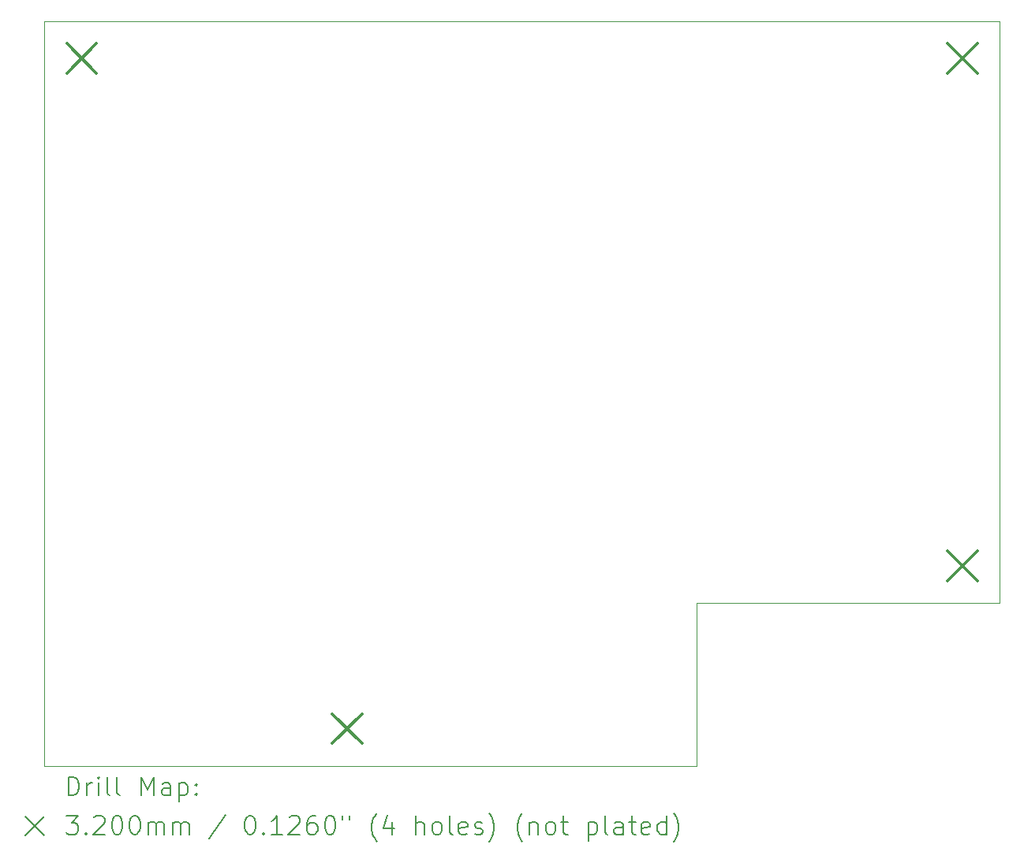
<source format=gbr>
%TF.GenerationSoftware,KiCad,Pcbnew,7.0.7*%
%TF.CreationDate,2023-09-24T13:57:46+10:00*%
%TF.ProjectId,fyp_nubots_ssl,6679705f-6e75-4626-9f74-735f73736c2e,rev?*%
%TF.SameCoordinates,Original*%
%TF.FileFunction,Drillmap*%
%TF.FilePolarity,Positive*%
%FSLAX45Y45*%
G04 Gerber Fmt 4.5, Leading zero omitted, Abs format (unit mm)*
G04 Created by KiCad (PCBNEW 7.0.7) date 2023-09-24 13:57:46*
%MOMM*%
%LPD*%
G01*
G04 APERTURE LIST*
%ADD10C,0.100000*%
%ADD11C,0.200000*%
%ADD12C,0.320000*%
G04 APERTURE END LIST*
D10*
X17500000Y-11500000D02*
X14250000Y-11500000D01*
X14250000Y-13250000D01*
X7250000Y-13250000D01*
X7250000Y-5250000D01*
X17500000Y-5250000D01*
X17500000Y-11500000D01*
D11*
D12*
X7490000Y-5490000D02*
X7810000Y-5810000D01*
X7810000Y-5490000D02*
X7490000Y-5810000D01*
X10340000Y-12690000D02*
X10660000Y-13010000D01*
X10660000Y-12690000D02*
X10340000Y-13010000D01*
X16940000Y-5490000D02*
X17260000Y-5810000D01*
X17260000Y-5490000D02*
X16940000Y-5810000D01*
X16940000Y-10940000D02*
X17260000Y-11260000D01*
X17260000Y-10940000D02*
X16940000Y-11260000D01*
D11*
X7505777Y-13566484D02*
X7505777Y-13366484D01*
X7505777Y-13366484D02*
X7553396Y-13366484D01*
X7553396Y-13366484D02*
X7581967Y-13376008D01*
X7581967Y-13376008D02*
X7601015Y-13395055D01*
X7601015Y-13395055D02*
X7610539Y-13414103D01*
X7610539Y-13414103D02*
X7620062Y-13452198D01*
X7620062Y-13452198D02*
X7620062Y-13480769D01*
X7620062Y-13480769D02*
X7610539Y-13518865D01*
X7610539Y-13518865D02*
X7601015Y-13537912D01*
X7601015Y-13537912D02*
X7581967Y-13556960D01*
X7581967Y-13556960D02*
X7553396Y-13566484D01*
X7553396Y-13566484D02*
X7505777Y-13566484D01*
X7705777Y-13566484D02*
X7705777Y-13433150D01*
X7705777Y-13471246D02*
X7715301Y-13452198D01*
X7715301Y-13452198D02*
X7724824Y-13442674D01*
X7724824Y-13442674D02*
X7743872Y-13433150D01*
X7743872Y-13433150D02*
X7762920Y-13433150D01*
X7829586Y-13566484D02*
X7829586Y-13433150D01*
X7829586Y-13366484D02*
X7820062Y-13376008D01*
X7820062Y-13376008D02*
X7829586Y-13385531D01*
X7829586Y-13385531D02*
X7839110Y-13376008D01*
X7839110Y-13376008D02*
X7829586Y-13366484D01*
X7829586Y-13366484D02*
X7829586Y-13385531D01*
X7953396Y-13566484D02*
X7934348Y-13556960D01*
X7934348Y-13556960D02*
X7924824Y-13537912D01*
X7924824Y-13537912D02*
X7924824Y-13366484D01*
X8058158Y-13566484D02*
X8039110Y-13556960D01*
X8039110Y-13556960D02*
X8029586Y-13537912D01*
X8029586Y-13537912D02*
X8029586Y-13366484D01*
X8286729Y-13566484D02*
X8286729Y-13366484D01*
X8286729Y-13366484D02*
X8353396Y-13509341D01*
X8353396Y-13509341D02*
X8420063Y-13366484D01*
X8420063Y-13366484D02*
X8420063Y-13566484D01*
X8601015Y-13566484D02*
X8601015Y-13461722D01*
X8601015Y-13461722D02*
X8591491Y-13442674D01*
X8591491Y-13442674D02*
X8572444Y-13433150D01*
X8572444Y-13433150D02*
X8534348Y-13433150D01*
X8534348Y-13433150D02*
X8515301Y-13442674D01*
X8601015Y-13556960D02*
X8581967Y-13566484D01*
X8581967Y-13566484D02*
X8534348Y-13566484D01*
X8534348Y-13566484D02*
X8515301Y-13556960D01*
X8515301Y-13556960D02*
X8505777Y-13537912D01*
X8505777Y-13537912D02*
X8505777Y-13518865D01*
X8505777Y-13518865D02*
X8515301Y-13499817D01*
X8515301Y-13499817D02*
X8534348Y-13490293D01*
X8534348Y-13490293D02*
X8581967Y-13490293D01*
X8581967Y-13490293D02*
X8601015Y-13480769D01*
X8696253Y-13433150D02*
X8696253Y-13633150D01*
X8696253Y-13442674D02*
X8715301Y-13433150D01*
X8715301Y-13433150D02*
X8753396Y-13433150D01*
X8753396Y-13433150D02*
X8772444Y-13442674D01*
X8772444Y-13442674D02*
X8781967Y-13452198D01*
X8781967Y-13452198D02*
X8791491Y-13471246D01*
X8791491Y-13471246D02*
X8791491Y-13528388D01*
X8791491Y-13528388D02*
X8781967Y-13547436D01*
X8781967Y-13547436D02*
X8772444Y-13556960D01*
X8772444Y-13556960D02*
X8753396Y-13566484D01*
X8753396Y-13566484D02*
X8715301Y-13566484D01*
X8715301Y-13566484D02*
X8696253Y-13556960D01*
X8877205Y-13547436D02*
X8886729Y-13556960D01*
X8886729Y-13556960D02*
X8877205Y-13566484D01*
X8877205Y-13566484D02*
X8867682Y-13556960D01*
X8867682Y-13556960D02*
X8877205Y-13547436D01*
X8877205Y-13547436D02*
X8877205Y-13566484D01*
X8877205Y-13442674D02*
X8886729Y-13452198D01*
X8886729Y-13452198D02*
X8877205Y-13461722D01*
X8877205Y-13461722D02*
X8867682Y-13452198D01*
X8867682Y-13452198D02*
X8877205Y-13442674D01*
X8877205Y-13442674D02*
X8877205Y-13461722D01*
X7045000Y-13795000D02*
X7245000Y-13995000D01*
X7245000Y-13795000D02*
X7045000Y-13995000D01*
X7486729Y-13786484D02*
X7610539Y-13786484D01*
X7610539Y-13786484D02*
X7543872Y-13862674D01*
X7543872Y-13862674D02*
X7572443Y-13862674D01*
X7572443Y-13862674D02*
X7591491Y-13872198D01*
X7591491Y-13872198D02*
X7601015Y-13881722D01*
X7601015Y-13881722D02*
X7610539Y-13900769D01*
X7610539Y-13900769D02*
X7610539Y-13948388D01*
X7610539Y-13948388D02*
X7601015Y-13967436D01*
X7601015Y-13967436D02*
X7591491Y-13976960D01*
X7591491Y-13976960D02*
X7572443Y-13986484D01*
X7572443Y-13986484D02*
X7515301Y-13986484D01*
X7515301Y-13986484D02*
X7496253Y-13976960D01*
X7496253Y-13976960D02*
X7486729Y-13967436D01*
X7696253Y-13967436D02*
X7705777Y-13976960D01*
X7705777Y-13976960D02*
X7696253Y-13986484D01*
X7696253Y-13986484D02*
X7686729Y-13976960D01*
X7686729Y-13976960D02*
X7696253Y-13967436D01*
X7696253Y-13967436D02*
X7696253Y-13986484D01*
X7781967Y-13805531D02*
X7791491Y-13796008D01*
X7791491Y-13796008D02*
X7810539Y-13786484D01*
X7810539Y-13786484D02*
X7858158Y-13786484D01*
X7858158Y-13786484D02*
X7877205Y-13796008D01*
X7877205Y-13796008D02*
X7886729Y-13805531D01*
X7886729Y-13805531D02*
X7896253Y-13824579D01*
X7896253Y-13824579D02*
X7896253Y-13843627D01*
X7896253Y-13843627D02*
X7886729Y-13872198D01*
X7886729Y-13872198D02*
X7772443Y-13986484D01*
X7772443Y-13986484D02*
X7896253Y-13986484D01*
X8020062Y-13786484D02*
X8039110Y-13786484D01*
X8039110Y-13786484D02*
X8058158Y-13796008D01*
X8058158Y-13796008D02*
X8067682Y-13805531D01*
X8067682Y-13805531D02*
X8077205Y-13824579D01*
X8077205Y-13824579D02*
X8086729Y-13862674D01*
X8086729Y-13862674D02*
X8086729Y-13910293D01*
X8086729Y-13910293D02*
X8077205Y-13948388D01*
X8077205Y-13948388D02*
X8067682Y-13967436D01*
X8067682Y-13967436D02*
X8058158Y-13976960D01*
X8058158Y-13976960D02*
X8039110Y-13986484D01*
X8039110Y-13986484D02*
X8020062Y-13986484D01*
X8020062Y-13986484D02*
X8001015Y-13976960D01*
X8001015Y-13976960D02*
X7991491Y-13967436D01*
X7991491Y-13967436D02*
X7981967Y-13948388D01*
X7981967Y-13948388D02*
X7972443Y-13910293D01*
X7972443Y-13910293D02*
X7972443Y-13862674D01*
X7972443Y-13862674D02*
X7981967Y-13824579D01*
X7981967Y-13824579D02*
X7991491Y-13805531D01*
X7991491Y-13805531D02*
X8001015Y-13796008D01*
X8001015Y-13796008D02*
X8020062Y-13786484D01*
X8210539Y-13786484D02*
X8229586Y-13786484D01*
X8229586Y-13786484D02*
X8248634Y-13796008D01*
X8248634Y-13796008D02*
X8258158Y-13805531D01*
X8258158Y-13805531D02*
X8267682Y-13824579D01*
X8267682Y-13824579D02*
X8277205Y-13862674D01*
X8277205Y-13862674D02*
X8277205Y-13910293D01*
X8277205Y-13910293D02*
X8267682Y-13948388D01*
X8267682Y-13948388D02*
X8258158Y-13967436D01*
X8258158Y-13967436D02*
X8248634Y-13976960D01*
X8248634Y-13976960D02*
X8229586Y-13986484D01*
X8229586Y-13986484D02*
X8210539Y-13986484D01*
X8210539Y-13986484D02*
X8191491Y-13976960D01*
X8191491Y-13976960D02*
X8181967Y-13967436D01*
X8181967Y-13967436D02*
X8172443Y-13948388D01*
X8172443Y-13948388D02*
X8162920Y-13910293D01*
X8162920Y-13910293D02*
X8162920Y-13862674D01*
X8162920Y-13862674D02*
X8172443Y-13824579D01*
X8172443Y-13824579D02*
X8181967Y-13805531D01*
X8181967Y-13805531D02*
X8191491Y-13796008D01*
X8191491Y-13796008D02*
X8210539Y-13786484D01*
X8362920Y-13986484D02*
X8362920Y-13853150D01*
X8362920Y-13872198D02*
X8372443Y-13862674D01*
X8372443Y-13862674D02*
X8391491Y-13853150D01*
X8391491Y-13853150D02*
X8420063Y-13853150D01*
X8420063Y-13853150D02*
X8439110Y-13862674D01*
X8439110Y-13862674D02*
X8448634Y-13881722D01*
X8448634Y-13881722D02*
X8448634Y-13986484D01*
X8448634Y-13881722D02*
X8458158Y-13862674D01*
X8458158Y-13862674D02*
X8477205Y-13853150D01*
X8477205Y-13853150D02*
X8505777Y-13853150D01*
X8505777Y-13853150D02*
X8524825Y-13862674D01*
X8524825Y-13862674D02*
X8534348Y-13881722D01*
X8534348Y-13881722D02*
X8534348Y-13986484D01*
X8629586Y-13986484D02*
X8629586Y-13853150D01*
X8629586Y-13872198D02*
X8639110Y-13862674D01*
X8639110Y-13862674D02*
X8658158Y-13853150D01*
X8658158Y-13853150D02*
X8686729Y-13853150D01*
X8686729Y-13853150D02*
X8705777Y-13862674D01*
X8705777Y-13862674D02*
X8715301Y-13881722D01*
X8715301Y-13881722D02*
X8715301Y-13986484D01*
X8715301Y-13881722D02*
X8724825Y-13862674D01*
X8724825Y-13862674D02*
X8743872Y-13853150D01*
X8743872Y-13853150D02*
X8772444Y-13853150D01*
X8772444Y-13853150D02*
X8791491Y-13862674D01*
X8791491Y-13862674D02*
X8801015Y-13881722D01*
X8801015Y-13881722D02*
X8801015Y-13986484D01*
X9191491Y-13776960D02*
X9020063Y-14034103D01*
X9448634Y-13786484D02*
X9467682Y-13786484D01*
X9467682Y-13786484D02*
X9486729Y-13796008D01*
X9486729Y-13796008D02*
X9496253Y-13805531D01*
X9496253Y-13805531D02*
X9505777Y-13824579D01*
X9505777Y-13824579D02*
X9515301Y-13862674D01*
X9515301Y-13862674D02*
X9515301Y-13910293D01*
X9515301Y-13910293D02*
X9505777Y-13948388D01*
X9505777Y-13948388D02*
X9496253Y-13967436D01*
X9496253Y-13967436D02*
X9486729Y-13976960D01*
X9486729Y-13976960D02*
X9467682Y-13986484D01*
X9467682Y-13986484D02*
X9448634Y-13986484D01*
X9448634Y-13986484D02*
X9429587Y-13976960D01*
X9429587Y-13976960D02*
X9420063Y-13967436D01*
X9420063Y-13967436D02*
X9410539Y-13948388D01*
X9410539Y-13948388D02*
X9401015Y-13910293D01*
X9401015Y-13910293D02*
X9401015Y-13862674D01*
X9401015Y-13862674D02*
X9410539Y-13824579D01*
X9410539Y-13824579D02*
X9420063Y-13805531D01*
X9420063Y-13805531D02*
X9429587Y-13796008D01*
X9429587Y-13796008D02*
X9448634Y-13786484D01*
X9601015Y-13967436D02*
X9610539Y-13976960D01*
X9610539Y-13976960D02*
X9601015Y-13986484D01*
X9601015Y-13986484D02*
X9591491Y-13976960D01*
X9591491Y-13976960D02*
X9601015Y-13967436D01*
X9601015Y-13967436D02*
X9601015Y-13986484D01*
X9801015Y-13986484D02*
X9686729Y-13986484D01*
X9743872Y-13986484D02*
X9743872Y-13786484D01*
X9743872Y-13786484D02*
X9724825Y-13815055D01*
X9724825Y-13815055D02*
X9705777Y-13834103D01*
X9705777Y-13834103D02*
X9686729Y-13843627D01*
X9877206Y-13805531D02*
X9886729Y-13796008D01*
X9886729Y-13796008D02*
X9905777Y-13786484D01*
X9905777Y-13786484D02*
X9953396Y-13786484D01*
X9953396Y-13786484D02*
X9972444Y-13796008D01*
X9972444Y-13796008D02*
X9981968Y-13805531D01*
X9981968Y-13805531D02*
X9991491Y-13824579D01*
X9991491Y-13824579D02*
X9991491Y-13843627D01*
X9991491Y-13843627D02*
X9981968Y-13872198D01*
X9981968Y-13872198D02*
X9867682Y-13986484D01*
X9867682Y-13986484D02*
X9991491Y-13986484D01*
X10162920Y-13786484D02*
X10124825Y-13786484D01*
X10124825Y-13786484D02*
X10105777Y-13796008D01*
X10105777Y-13796008D02*
X10096253Y-13805531D01*
X10096253Y-13805531D02*
X10077206Y-13834103D01*
X10077206Y-13834103D02*
X10067682Y-13872198D01*
X10067682Y-13872198D02*
X10067682Y-13948388D01*
X10067682Y-13948388D02*
X10077206Y-13967436D01*
X10077206Y-13967436D02*
X10086729Y-13976960D01*
X10086729Y-13976960D02*
X10105777Y-13986484D01*
X10105777Y-13986484D02*
X10143872Y-13986484D01*
X10143872Y-13986484D02*
X10162920Y-13976960D01*
X10162920Y-13976960D02*
X10172444Y-13967436D01*
X10172444Y-13967436D02*
X10181968Y-13948388D01*
X10181968Y-13948388D02*
X10181968Y-13900769D01*
X10181968Y-13900769D02*
X10172444Y-13881722D01*
X10172444Y-13881722D02*
X10162920Y-13872198D01*
X10162920Y-13872198D02*
X10143872Y-13862674D01*
X10143872Y-13862674D02*
X10105777Y-13862674D01*
X10105777Y-13862674D02*
X10086729Y-13872198D01*
X10086729Y-13872198D02*
X10077206Y-13881722D01*
X10077206Y-13881722D02*
X10067682Y-13900769D01*
X10305777Y-13786484D02*
X10324825Y-13786484D01*
X10324825Y-13786484D02*
X10343872Y-13796008D01*
X10343872Y-13796008D02*
X10353396Y-13805531D01*
X10353396Y-13805531D02*
X10362920Y-13824579D01*
X10362920Y-13824579D02*
X10372444Y-13862674D01*
X10372444Y-13862674D02*
X10372444Y-13910293D01*
X10372444Y-13910293D02*
X10362920Y-13948388D01*
X10362920Y-13948388D02*
X10353396Y-13967436D01*
X10353396Y-13967436D02*
X10343872Y-13976960D01*
X10343872Y-13976960D02*
X10324825Y-13986484D01*
X10324825Y-13986484D02*
X10305777Y-13986484D01*
X10305777Y-13986484D02*
X10286729Y-13976960D01*
X10286729Y-13976960D02*
X10277206Y-13967436D01*
X10277206Y-13967436D02*
X10267682Y-13948388D01*
X10267682Y-13948388D02*
X10258158Y-13910293D01*
X10258158Y-13910293D02*
X10258158Y-13862674D01*
X10258158Y-13862674D02*
X10267682Y-13824579D01*
X10267682Y-13824579D02*
X10277206Y-13805531D01*
X10277206Y-13805531D02*
X10286729Y-13796008D01*
X10286729Y-13796008D02*
X10305777Y-13786484D01*
X10448634Y-13786484D02*
X10448634Y-13824579D01*
X10524825Y-13786484D02*
X10524825Y-13824579D01*
X10820063Y-14062674D02*
X10810539Y-14053150D01*
X10810539Y-14053150D02*
X10791491Y-14024579D01*
X10791491Y-14024579D02*
X10781968Y-14005531D01*
X10781968Y-14005531D02*
X10772444Y-13976960D01*
X10772444Y-13976960D02*
X10762920Y-13929341D01*
X10762920Y-13929341D02*
X10762920Y-13891246D01*
X10762920Y-13891246D02*
X10772444Y-13843627D01*
X10772444Y-13843627D02*
X10781968Y-13815055D01*
X10781968Y-13815055D02*
X10791491Y-13796008D01*
X10791491Y-13796008D02*
X10810539Y-13767436D01*
X10810539Y-13767436D02*
X10820063Y-13757912D01*
X10981968Y-13853150D02*
X10981968Y-13986484D01*
X10934349Y-13776960D02*
X10886730Y-13919817D01*
X10886730Y-13919817D02*
X11010539Y-13919817D01*
X11239110Y-13986484D02*
X11239110Y-13786484D01*
X11324825Y-13986484D02*
X11324825Y-13881722D01*
X11324825Y-13881722D02*
X11315301Y-13862674D01*
X11315301Y-13862674D02*
X11296253Y-13853150D01*
X11296253Y-13853150D02*
X11267682Y-13853150D01*
X11267682Y-13853150D02*
X11248634Y-13862674D01*
X11248634Y-13862674D02*
X11239110Y-13872198D01*
X11448634Y-13986484D02*
X11429587Y-13976960D01*
X11429587Y-13976960D02*
X11420063Y-13967436D01*
X11420063Y-13967436D02*
X11410539Y-13948388D01*
X11410539Y-13948388D02*
X11410539Y-13891246D01*
X11410539Y-13891246D02*
X11420063Y-13872198D01*
X11420063Y-13872198D02*
X11429587Y-13862674D01*
X11429587Y-13862674D02*
X11448634Y-13853150D01*
X11448634Y-13853150D02*
X11477206Y-13853150D01*
X11477206Y-13853150D02*
X11496253Y-13862674D01*
X11496253Y-13862674D02*
X11505777Y-13872198D01*
X11505777Y-13872198D02*
X11515301Y-13891246D01*
X11515301Y-13891246D02*
X11515301Y-13948388D01*
X11515301Y-13948388D02*
X11505777Y-13967436D01*
X11505777Y-13967436D02*
X11496253Y-13976960D01*
X11496253Y-13976960D02*
X11477206Y-13986484D01*
X11477206Y-13986484D02*
X11448634Y-13986484D01*
X11629587Y-13986484D02*
X11610539Y-13976960D01*
X11610539Y-13976960D02*
X11601015Y-13957912D01*
X11601015Y-13957912D02*
X11601015Y-13786484D01*
X11781968Y-13976960D02*
X11762920Y-13986484D01*
X11762920Y-13986484D02*
X11724825Y-13986484D01*
X11724825Y-13986484D02*
X11705777Y-13976960D01*
X11705777Y-13976960D02*
X11696253Y-13957912D01*
X11696253Y-13957912D02*
X11696253Y-13881722D01*
X11696253Y-13881722D02*
X11705777Y-13862674D01*
X11705777Y-13862674D02*
X11724825Y-13853150D01*
X11724825Y-13853150D02*
X11762920Y-13853150D01*
X11762920Y-13853150D02*
X11781968Y-13862674D01*
X11781968Y-13862674D02*
X11791491Y-13881722D01*
X11791491Y-13881722D02*
X11791491Y-13900769D01*
X11791491Y-13900769D02*
X11696253Y-13919817D01*
X11867682Y-13976960D02*
X11886730Y-13986484D01*
X11886730Y-13986484D02*
X11924825Y-13986484D01*
X11924825Y-13986484D02*
X11943872Y-13976960D01*
X11943872Y-13976960D02*
X11953396Y-13957912D01*
X11953396Y-13957912D02*
X11953396Y-13948388D01*
X11953396Y-13948388D02*
X11943872Y-13929341D01*
X11943872Y-13929341D02*
X11924825Y-13919817D01*
X11924825Y-13919817D02*
X11896253Y-13919817D01*
X11896253Y-13919817D02*
X11877206Y-13910293D01*
X11877206Y-13910293D02*
X11867682Y-13891246D01*
X11867682Y-13891246D02*
X11867682Y-13881722D01*
X11867682Y-13881722D02*
X11877206Y-13862674D01*
X11877206Y-13862674D02*
X11896253Y-13853150D01*
X11896253Y-13853150D02*
X11924825Y-13853150D01*
X11924825Y-13853150D02*
X11943872Y-13862674D01*
X12020063Y-14062674D02*
X12029587Y-14053150D01*
X12029587Y-14053150D02*
X12048634Y-14024579D01*
X12048634Y-14024579D02*
X12058158Y-14005531D01*
X12058158Y-14005531D02*
X12067682Y-13976960D01*
X12067682Y-13976960D02*
X12077206Y-13929341D01*
X12077206Y-13929341D02*
X12077206Y-13891246D01*
X12077206Y-13891246D02*
X12067682Y-13843627D01*
X12067682Y-13843627D02*
X12058158Y-13815055D01*
X12058158Y-13815055D02*
X12048634Y-13796008D01*
X12048634Y-13796008D02*
X12029587Y-13767436D01*
X12029587Y-13767436D02*
X12020063Y-13757912D01*
X12381968Y-14062674D02*
X12372444Y-14053150D01*
X12372444Y-14053150D02*
X12353396Y-14024579D01*
X12353396Y-14024579D02*
X12343872Y-14005531D01*
X12343872Y-14005531D02*
X12334349Y-13976960D01*
X12334349Y-13976960D02*
X12324825Y-13929341D01*
X12324825Y-13929341D02*
X12324825Y-13891246D01*
X12324825Y-13891246D02*
X12334349Y-13843627D01*
X12334349Y-13843627D02*
X12343872Y-13815055D01*
X12343872Y-13815055D02*
X12353396Y-13796008D01*
X12353396Y-13796008D02*
X12372444Y-13767436D01*
X12372444Y-13767436D02*
X12381968Y-13757912D01*
X12458158Y-13853150D02*
X12458158Y-13986484D01*
X12458158Y-13872198D02*
X12467682Y-13862674D01*
X12467682Y-13862674D02*
X12486730Y-13853150D01*
X12486730Y-13853150D02*
X12515301Y-13853150D01*
X12515301Y-13853150D02*
X12534349Y-13862674D01*
X12534349Y-13862674D02*
X12543872Y-13881722D01*
X12543872Y-13881722D02*
X12543872Y-13986484D01*
X12667682Y-13986484D02*
X12648634Y-13976960D01*
X12648634Y-13976960D02*
X12639111Y-13967436D01*
X12639111Y-13967436D02*
X12629587Y-13948388D01*
X12629587Y-13948388D02*
X12629587Y-13891246D01*
X12629587Y-13891246D02*
X12639111Y-13872198D01*
X12639111Y-13872198D02*
X12648634Y-13862674D01*
X12648634Y-13862674D02*
X12667682Y-13853150D01*
X12667682Y-13853150D02*
X12696253Y-13853150D01*
X12696253Y-13853150D02*
X12715301Y-13862674D01*
X12715301Y-13862674D02*
X12724825Y-13872198D01*
X12724825Y-13872198D02*
X12734349Y-13891246D01*
X12734349Y-13891246D02*
X12734349Y-13948388D01*
X12734349Y-13948388D02*
X12724825Y-13967436D01*
X12724825Y-13967436D02*
X12715301Y-13976960D01*
X12715301Y-13976960D02*
X12696253Y-13986484D01*
X12696253Y-13986484D02*
X12667682Y-13986484D01*
X12791492Y-13853150D02*
X12867682Y-13853150D01*
X12820063Y-13786484D02*
X12820063Y-13957912D01*
X12820063Y-13957912D02*
X12829587Y-13976960D01*
X12829587Y-13976960D02*
X12848634Y-13986484D01*
X12848634Y-13986484D02*
X12867682Y-13986484D01*
X13086730Y-13853150D02*
X13086730Y-14053150D01*
X13086730Y-13862674D02*
X13105777Y-13853150D01*
X13105777Y-13853150D02*
X13143873Y-13853150D01*
X13143873Y-13853150D02*
X13162920Y-13862674D01*
X13162920Y-13862674D02*
X13172444Y-13872198D01*
X13172444Y-13872198D02*
X13181968Y-13891246D01*
X13181968Y-13891246D02*
X13181968Y-13948388D01*
X13181968Y-13948388D02*
X13172444Y-13967436D01*
X13172444Y-13967436D02*
X13162920Y-13976960D01*
X13162920Y-13976960D02*
X13143873Y-13986484D01*
X13143873Y-13986484D02*
X13105777Y-13986484D01*
X13105777Y-13986484D02*
X13086730Y-13976960D01*
X13296253Y-13986484D02*
X13277206Y-13976960D01*
X13277206Y-13976960D02*
X13267682Y-13957912D01*
X13267682Y-13957912D02*
X13267682Y-13786484D01*
X13458158Y-13986484D02*
X13458158Y-13881722D01*
X13458158Y-13881722D02*
X13448634Y-13862674D01*
X13448634Y-13862674D02*
X13429587Y-13853150D01*
X13429587Y-13853150D02*
X13391492Y-13853150D01*
X13391492Y-13853150D02*
X13372444Y-13862674D01*
X13458158Y-13976960D02*
X13439111Y-13986484D01*
X13439111Y-13986484D02*
X13391492Y-13986484D01*
X13391492Y-13986484D02*
X13372444Y-13976960D01*
X13372444Y-13976960D02*
X13362920Y-13957912D01*
X13362920Y-13957912D02*
X13362920Y-13938865D01*
X13362920Y-13938865D02*
X13372444Y-13919817D01*
X13372444Y-13919817D02*
X13391492Y-13910293D01*
X13391492Y-13910293D02*
X13439111Y-13910293D01*
X13439111Y-13910293D02*
X13458158Y-13900769D01*
X13524825Y-13853150D02*
X13601015Y-13853150D01*
X13553396Y-13786484D02*
X13553396Y-13957912D01*
X13553396Y-13957912D02*
X13562920Y-13976960D01*
X13562920Y-13976960D02*
X13581968Y-13986484D01*
X13581968Y-13986484D02*
X13601015Y-13986484D01*
X13743873Y-13976960D02*
X13724825Y-13986484D01*
X13724825Y-13986484D02*
X13686730Y-13986484D01*
X13686730Y-13986484D02*
X13667682Y-13976960D01*
X13667682Y-13976960D02*
X13658158Y-13957912D01*
X13658158Y-13957912D02*
X13658158Y-13881722D01*
X13658158Y-13881722D02*
X13667682Y-13862674D01*
X13667682Y-13862674D02*
X13686730Y-13853150D01*
X13686730Y-13853150D02*
X13724825Y-13853150D01*
X13724825Y-13853150D02*
X13743873Y-13862674D01*
X13743873Y-13862674D02*
X13753396Y-13881722D01*
X13753396Y-13881722D02*
X13753396Y-13900769D01*
X13753396Y-13900769D02*
X13658158Y-13919817D01*
X13924825Y-13986484D02*
X13924825Y-13786484D01*
X13924825Y-13976960D02*
X13905777Y-13986484D01*
X13905777Y-13986484D02*
X13867682Y-13986484D01*
X13867682Y-13986484D02*
X13848634Y-13976960D01*
X13848634Y-13976960D02*
X13839111Y-13967436D01*
X13839111Y-13967436D02*
X13829587Y-13948388D01*
X13829587Y-13948388D02*
X13829587Y-13891246D01*
X13829587Y-13891246D02*
X13839111Y-13872198D01*
X13839111Y-13872198D02*
X13848634Y-13862674D01*
X13848634Y-13862674D02*
X13867682Y-13853150D01*
X13867682Y-13853150D02*
X13905777Y-13853150D01*
X13905777Y-13853150D02*
X13924825Y-13862674D01*
X14001015Y-14062674D02*
X14010539Y-14053150D01*
X14010539Y-14053150D02*
X14029587Y-14024579D01*
X14029587Y-14024579D02*
X14039111Y-14005531D01*
X14039111Y-14005531D02*
X14048634Y-13976960D01*
X14048634Y-13976960D02*
X14058158Y-13929341D01*
X14058158Y-13929341D02*
X14058158Y-13891246D01*
X14058158Y-13891246D02*
X14048634Y-13843627D01*
X14048634Y-13843627D02*
X14039111Y-13815055D01*
X14039111Y-13815055D02*
X14029587Y-13796008D01*
X14029587Y-13796008D02*
X14010539Y-13767436D01*
X14010539Y-13767436D02*
X14001015Y-13757912D01*
M02*

</source>
